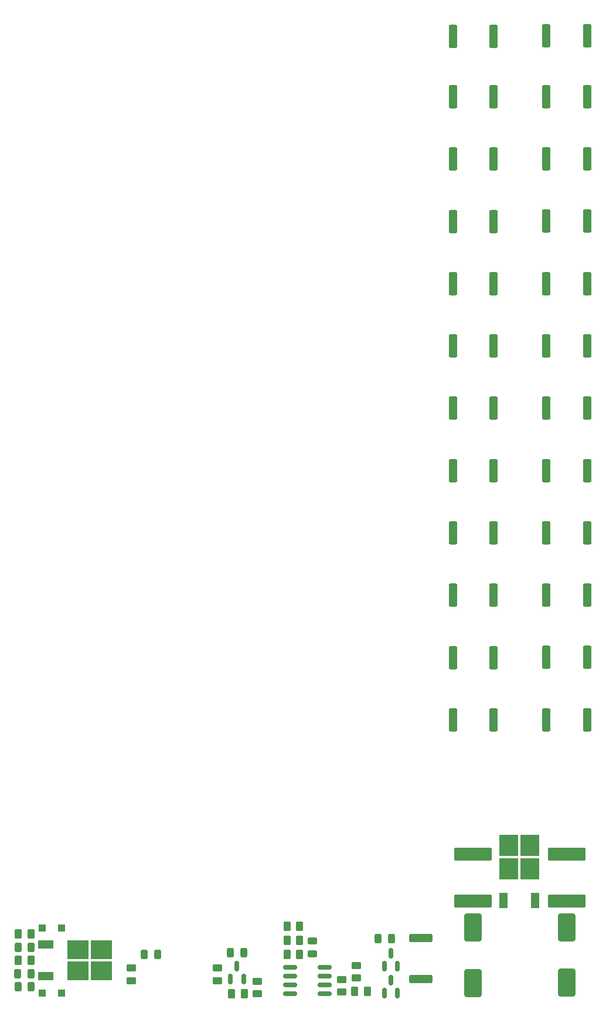
<source format=gbr>
%TF.GenerationSoftware,KiCad,Pcbnew,(6.0.8-1)-1*%
%TF.CreationDate,2022-11-06T16:40:48+01:00*%
%TF.ProjectId,shunt_regulator,7368756e-745f-4726-9567-756c61746f72,rev?*%
%TF.SameCoordinates,Original*%
%TF.FileFunction,Paste,Top*%
%TF.FilePolarity,Positive*%
%FSLAX46Y46*%
G04 Gerber Fmt 4.6, Leading zero omitted, Abs format (unit mm)*
G04 Created by KiCad (PCBNEW (6.0.8-1)-1) date 2022-11-06 16:40:48*
%MOMM*%
%LPD*%
G01*
G04 APERTURE LIST*
G04 Aperture macros list*
%AMRoundRect*
0 Rectangle with rounded corners*
0 $1 Rounding radius*
0 $2 $3 $4 $5 $6 $7 $8 $9 X,Y pos of 4 corners*
0 Add a 4 corners polygon primitive as box body*
4,1,4,$2,$3,$4,$5,$6,$7,$8,$9,$2,$3,0*
0 Add four circle primitives for the rounded corners*
1,1,$1+$1,$2,$3*
1,1,$1+$1,$4,$5*
1,1,$1+$1,$6,$7*
1,1,$1+$1,$8,$9*
0 Add four rect primitives between the rounded corners*
20,1,$1+$1,$2,$3,$4,$5,0*
20,1,$1+$1,$4,$5,$6,$7,0*
20,1,$1+$1,$6,$7,$8,$9,0*
20,1,$1+$1,$8,$9,$2,$3,0*%
G04 Aperture macros list end*
%ADD10RoundRect,0.150000X0.150000X-0.587500X0.150000X0.587500X-0.150000X0.587500X-0.150000X-0.587500X0*%
%ADD11RoundRect,0.150000X0.825000X0.150000X-0.825000X0.150000X-0.825000X-0.150000X0.825000X-0.150000X0*%
%ADD12RoundRect,0.250000X-1.000000X1.750000X-1.000000X-1.750000X1.000000X-1.750000X1.000000X1.750000X0*%
%ADD13RoundRect,0.243750X0.243750X0.456250X-0.243750X0.456250X-0.243750X-0.456250X0.243750X-0.456250X0*%
%ADD14R,1.100000X1.100000*%
%ADD15R,2.750000X3.050000*%
%ADD16R,1.200000X2.200000*%
%ADD17RoundRect,0.250000X0.362500X1.425000X-0.362500X1.425000X-0.362500X-1.425000X0.362500X-1.425000X0*%
%ADD18RoundRect,0.250000X-0.362500X-1.425000X0.362500X-1.425000X0.362500X1.425000X-0.362500X1.425000X0*%
%ADD19RoundRect,0.250000X-0.450000X0.262500X-0.450000X-0.262500X0.450000X-0.262500X0.450000X0.262500X0*%
%ADD20RoundRect,0.250000X-0.262500X-0.450000X0.262500X-0.450000X0.262500X0.450000X-0.262500X0.450000X0*%
%ADD21RoundRect,0.250000X0.450000X-0.262500X0.450000X0.262500X-0.450000X0.262500X-0.450000X-0.262500X0*%
%ADD22R,3.050000X2.750000*%
%ADD23R,2.200000X1.200000*%
%ADD24RoundRect,0.250000X1.425000X-0.362500X1.425000X0.362500X-1.425000X0.362500X-1.425000X-0.362500X0*%
%ADD25RoundRect,0.243750X-0.243750X-0.456250X0.243750X-0.456250X0.243750X0.456250X-0.243750X0.456250X0*%
%ADD26RoundRect,0.250000X2.475000X-0.712500X2.475000X0.712500X-2.475000X0.712500X-2.475000X-0.712500X0*%
%ADD27RoundRect,0.250000X0.262500X0.450000X-0.262500X0.450000X-0.262500X-0.450000X0.262500X-0.450000X0*%
%ADD28RoundRect,0.243750X0.456250X-0.243750X0.456250X0.243750X-0.456250X0.243750X-0.456250X-0.243750X0*%
G04 APERTURE END LIST*
D10*
%TO.C,Q1*%
X2987000Y-17463500D03*
X4887000Y-17463500D03*
X3937000Y-15588500D03*
%TD*%
D11*
%TO.C,U2*%
X16572000Y-19574000D03*
X16572000Y-18304000D03*
X16572000Y-17034000D03*
X16572000Y-15764000D03*
X11622000Y-15764000D03*
X11622000Y-17034000D03*
X11622000Y-18304000D03*
X11622000Y-19574000D03*
%TD*%
D12*
%TO.C,C7*%
X51562000Y-9986000D03*
X51562000Y-17986000D03*
%TD*%
D13*
%TO.C,C6*%
X4874500Y-13605000D03*
X2999500Y-13605000D03*
%TD*%
D14*
%TO.C,D1*%
X-24236000Y-19448000D03*
X-21436000Y-19448000D03*
%TD*%
%TO.C,D2*%
X-21436000Y-10050000D03*
X-24236000Y-10050000D03*
%TD*%
D15*
%TO.C,Q4*%
X43173000Y-1487000D03*
X43173000Y1863000D03*
X46223000Y-1487000D03*
X46223000Y1863000D03*
D16*
X42418000Y-6112000D03*
X46978000Y-6112000D03*
%TD*%
D17*
%TO.C,R32*%
X41024000Y82986000D03*
X35099000Y82986000D03*
%TD*%
D18*
%TO.C,R13*%
X48599500Y65000000D03*
X54524500Y65000000D03*
%TD*%
D17*
%TO.C,R35*%
X41024000Y109986000D03*
X35099000Y109986000D03*
%TD*%
%TO.C,R19*%
X41024000Y19986000D03*
X35099000Y19986000D03*
%TD*%
D19*
%TO.C,R2*%
X1143000Y-15867500D03*
X1143000Y-17692500D03*
%TD*%
D20*
%TO.C,R3*%
X-27685500Y-10939000D03*
X-25860500Y-10939000D03*
%TD*%
D18*
%TO.C,R15*%
X48599500Y47000000D03*
X54524500Y47000000D03*
%TD*%
D21*
%TO.C,R10*%
X21209000Y-17311500D03*
X21209000Y-15486500D03*
%TD*%
D19*
%TO.C,R6*%
X6858000Y-17772500D03*
X6858000Y-19597500D03*
%TD*%
D22*
%TO.C,U1*%
X-15700000Y-16274000D03*
X-15700000Y-13224000D03*
X-19050000Y-16274000D03*
X-19050000Y-13224000D03*
D23*
X-23675000Y-12469000D03*
X-23675000Y-17029000D03*
%TD*%
D13*
%TO.C,C4*%
X26210500Y-11591000D03*
X24335500Y-11591000D03*
%TD*%
D18*
%TO.C,R28*%
X48599500Y92000000D03*
X54524500Y92000000D03*
%TD*%
%TO.C,R16*%
X48599500Y38000000D03*
X54524500Y38000000D03*
%TD*%
%TO.C,R29*%
X48599500Y83000000D03*
X54524500Y83000000D03*
%TD*%
D24*
%TO.C,R12*%
X30500000Y-17456500D03*
X30500000Y-11531500D03*
%TD*%
D13*
%TO.C,C1*%
X-25859500Y-16653000D03*
X-27734500Y-16653000D03*
%TD*%
D17*
%TO.C,R33*%
X41024000Y91986000D03*
X35099000Y91986000D03*
%TD*%
%TO.C,R20*%
X41024000Y28986000D03*
X35099000Y28986000D03*
%TD*%
D18*
%TO.C,R27*%
X48599500Y101000000D03*
X54524500Y101000000D03*
%TD*%
D17*
%TO.C,R34*%
X41024000Y100986000D03*
X35099000Y100986000D03*
%TD*%
D13*
%TO.C,C2*%
X-25835500Y-12844000D03*
X-27710500Y-12844000D03*
%TD*%
%TO.C,C3*%
X-25835500Y-18558000D03*
X-27710500Y-18558000D03*
%TD*%
D17*
%TO.C,R22*%
X41024000Y46986000D03*
X35099000Y46986000D03*
%TD*%
D25*
%TO.C,C5*%
X-9446500Y-13859000D03*
X-7571500Y-13859000D03*
%TD*%
D20*
%TO.C,R7*%
X11152500Y-11859000D03*
X12977500Y-11859000D03*
%TD*%
D17*
%TO.C,R36*%
X41024000Y118741000D03*
X35099000Y118741000D03*
%TD*%
%TO.C,R31*%
X41024000Y73986000D03*
X35099000Y73986000D03*
%TD*%
D19*
%TO.C,R9*%
X19050000Y-17518500D03*
X19050000Y-19343500D03*
%TD*%
D18*
%TO.C,R18*%
X48599500Y20000000D03*
X54524500Y20000000D03*
%TD*%
D26*
%TO.C,F2*%
X38000000Y-6190000D03*
X38000000Y585000D03*
%TD*%
D18*
%TO.C,R26*%
X48599500Y110000000D03*
X54524500Y110000000D03*
%TD*%
D17*
%TO.C,R24*%
X41024000Y64986000D03*
X35099000Y64986000D03*
%TD*%
%TO.C,R23*%
X41024000Y55986000D03*
X35099000Y55986000D03*
%TD*%
D18*
%TO.C,R30*%
X48599500Y74000000D03*
X54524500Y74000000D03*
%TD*%
D20*
%TO.C,R8*%
X11152500Y-13859000D03*
X12977500Y-13859000D03*
%TD*%
D18*
%TO.C,R17*%
X48599500Y29000000D03*
X54524500Y29000000D03*
%TD*%
D27*
%TO.C,R4*%
X-25860500Y-14749000D03*
X-27685500Y-14749000D03*
%TD*%
D10*
%TO.C,Q3*%
X25212000Y-19479500D03*
X27112000Y-19479500D03*
X26162000Y-17604500D03*
%TD*%
D18*
%TO.C,R25*%
X48599500Y118755000D03*
X54524500Y118755000D03*
%TD*%
D10*
%TO.C,Q2*%
X25212000Y-15558500D03*
X27112000Y-15558500D03*
X26162000Y-13683500D03*
%TD*%
D18*
%TO.C,R14*%
X48599500Y56000000D03*
X54524500Y56000000D03*
%TD*%
D12*
%TO.C,C8*%
X38000000Y-10000000D03*
X38000000Y-18000000D03*
%TD*%
D27*
%TO.C,R37*%
X12977500Y-9795000D03*
X11152500Y-9795000D03*
%TD*%
D20*
%TO.C,R5*%
X3151500Y-19574000D03*
X4976500Y-19574000D03*
%TD*%
%TO.C,R11*%
X20955000Y-19193000D03*
X22780000Y-19193000D03*
%TD*%
D26*
%TO.C,F1*%
X51562000Y-6176000D03*
X51562000Y599000D03*
%TD*%
D28*
%TO.C,D3*%
X14859000Y-13780500D03*
X14859000Y-11905500D03*
%TD*%
D21*
%TO.C,R1*%
X-11303000Y-17692500D03*
X-11303000Y-15867500D03*
%TD*%
D17*
%TO.C,R21*%
X41024000Y37986000D03*
X35099000Y37986000D03*
%TD*%
M02*

</source>
